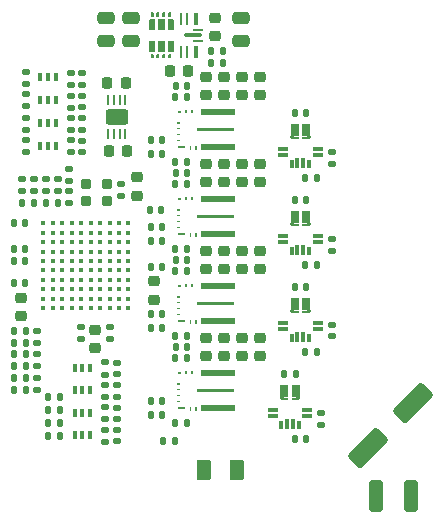
<source format=gbr>
%TF.GenerationSoftware,KiCad,Pcbnew,(7.0.0)*%
%TF.CreationDate,2023-11-18T15:32:53-05:00*%
%TF.ProjectId,ECE4760 Motor Driver,45434534-3736-4302-904d-6f746f722044,0*%
%TF.SameCoordinates,Original*%
%TF.FileFunction,Paste,Top*%
%TF.FilePolarity,Positive*%
%FSLAX46Y46*%
G04 Gerber Fmt 4.6, Leading zero omitted, Abs format (unit mm)*
G04 Created by KiCad (PCBNEW (7.0.0)) date 2023-11-18 15:32:53*
%MOMM*%
%LPD*%
G01*
G04 APERTURE LIST*
G04 Aperture macros list*
%AMRoundRect*
0 Rectangle with rounded corners*
0 $1 Rounding radius*
0 $2 $3 $4 $5 $6 $7 $8 $9 X,Y pos of 4 corners*
0 Add a 4 corners polygon primitive as box body*
4,1,4,$2,$3,$4,$5,$6,$7,$8,$9,$2,$3,0*
0 Add four circle primitives for the rounded corners*
1,1,$1+$1,$2,$3*
1,1,$1+$1,$4,$5*
1,1,$1+$1,$6,$7*
1,1,$1+$1,$8,$9*
0 Add four rect primitives between the rounded corners*
20,1,$1+$1,$2,$3,$4,$5,0*
20,1,$1+$1,$4,$5,$6,$7,0*
20,1,$1+$1,$6,$7,$8,$9,0*
20,1,$1+$1,$8,$9,$2,$3,0*%
%AMRotRect*
0 Rectangle, with rotation*
0 The origin of the aperture is its center*
0 $1 length*
0 $2 width*
0 $3 Rotation angle, in degrees counterclockwise*
0 Add horizontal line*
21,1,$1,$2,0,0,$3*%
G04 Aperture macros list end*
%ADD10RoundRect,0.135000X-0.135000X-0.185000X0.135000X-0.185000X0.135000X0.185000X-0.135000X0.185000X0*%
%ADD11RoundRect,0.140000X-0.140000X-0.170000X0.140000X-0.170000X0.140000X0.170000X-0.140000X0.170000X0*%
%ADD12RoundRect,0.135000X0.185000X-0.135000X0.185000X0.135000X-0.185000X0.135000X-0.185000X-0.135000X0*%
%ADD13R,0.800000X1.070000*%
%ADD14RotRect,0.282800X0.282800X315.000000*%
%ADD15R,0.600000X0.200000*%
%ADD16R,0.850000X0.300000*%
%ADD17R,0.300000X0.800000*%
%ADD18R,0.300000X0.850000*%
%ADD19RoundRect,0.140000X0.140000X0.170000X-0.140000X0.170000X-0.140000X-0.170000X0.140000X-0.170000X0*%
%ADD20RoundRect,0.250000X0.375000X0.625000X-0.375000X0.625000X-0.375000X-0.625000X0.375000X-0.625000X0*%
%ADD21RoundRect,0.140000X0.170000X-0.140000X0.170000X0.140000X-0.170000X0.140000X-0.170000X-0.140000X0*%
%ADD22RoundRect,0.135000X-0.185000X0.135000X-0.185000X-0.135000X0.185000X-0.135000X0.185000X0.135000X0*%
%ADD23RoundRect,0.225000X0.250000X-0.225000X0.250000X0.225000X-0.250000X0.225000X-0.250000X-0.225000X0*%
%ADD24R,0.400000X0.650000*%
%ADD25RoundRect,0.225000X-0.250000X0.225000X-0.250000X-0.225000X0.250000X-0.225000X0.250000X0.225000X0*%
%ADD26RoundRect,0.225000X-0.225000X-0.250000X0.225000X-0.250000X0.225000X0.250000X-0.225000X0.250000X0*%
%ADD27RoundRect,0.140000X-0.170000X0.140000X-0.170000X-0.140000X0.170000X-0.140000X0.170000X0.140000X0*%
%ADD28RoundRect,0.225000X0.225000X0.250000X-0.225000X0.250000X-0.225000X-0.250000X0.225000X-0.250000X0*%
%ADD29RoundRect,0.135000X0.135000X0.185000X-0.135000X0.185000X-0.135000X-0.185000X0.135000X-0.185000X0*%
%ADD30RoundRect,0.250000X0.325000X1.100000X-0.325000X1.100000X-0.325000X-1.100000X0.325000X-1.100000X0*%
%ADD31RoundRect,0.250000X-0.475000X0.250000X-0.475000X-0.250000X0.475000X-0.250000X0.475000X0.250000X0*%
%ADD32RoundRect,0.092500X-0.092500X0.457500X-0.092500X-0.457500X0.092500X-0.457500X0.092500X0.457500X0*%
%ADD33RoundRect,0.062500X-0.062500X0.487500X-0.062500X-0.487500X0.062500X-0.487500X0.062500X0.487500X0*%
%ADD34RoundRect,0.062500X-0.337500X0.062500X-0.337500X-0.062500X0.337500X-0.062500X0.337500X0.062500X0*%
%ADD35RoundRect,0.075000X-0.685000X0.075000X-0.685000X-0.075000X0.685000X-0.075000X0.685000X0.075000X0*%
%ADD36RoundRect,0.200000X-0.250000X0.200000X-0.250000X-0.200000X0.250000X-0.200000X0.250000X0.200000X0*%
%ADD37RoundRect,0.250000X-0.671751X-1.449569X1.449569X0.671751X0.671751X1.449569X-1.449569X-0.671751X0*%
%ADD38RoundRect,0.250000X0.710000X-0.415000X0.710000X0.415000X-0.710000X0.415000X-0.710000X-0.415000X0*%
%ADD39RoundRect,0.062500X0.062500X-0.362500X0.062500X0.362500X-0.062500X0.362500X-0.062500X-0.362500X0*%
%ADD40C,0.400000*%
G04 APERTURE END LIST*
%TO.C,Q1*%
G36*
X96622500Y-51432500D02*
G01*
X96897500Y-51432500D01*
X96897500Y-51557500D01*
X96622500Y-51557500D01*
X96622500Y-51432500D01*
G37*
G36*
X96622500Y-51932500D02*
G01*
X96897500Y-51932500D01*
X96897500Y-52057500D01*
X96622500Y-52057500D01*
X96622500Y-51932500D01*
G37*
G36*
X96622500Y-52432500D02*
G01*
X96897500Y-52432500D01*
X96897500Y-52557500D01*
X96622500Y-52557500D01*
X96622500Y-52432500D01*
G37*
G36*
X96622500Y-52932500D02*
G01*
X96897500Y-52932500D01*
X96897500Y-53057500D01*
X96622500Y-53057500D01*
X96622500Y-52932500D01*
G37*
G36*
X96654000Y-53487500D02*
G01*
X97300000Y-53487500D01*
X97300000Y-53612500D01*
X96654000Y-53612500D01*
X96654000Y-53487500D01*
G37*
G36*
X96673000Y-50506000D02*
G01*
X96936000Y-50506000D01*
X96936000Y-50694000D01*
X96673000Y-50694000D01*
X96673000Y-50506000D01*
G37*
G36*
X97322500Y-50657500D02*
G01*
X97447500Y-50657500D01*
X97447500Y-50382500D01*
X97322500Y-50382500D01*
X97322500Y-50657500D01*
G37*
G36*
X97672500Y-53757500D02*
G01*
X97797500Y-53757500D01*
X97797500Y-53482500D01*
X97672500Y-53482500D01*
X97672500Y-53757500D01*
G37*
G36*
X97822500Y-50657500D02*
G01*
X97947500Y-50657500D01*
X97947500Y-50382500D01*
X97822500Y-50382500D01*
X97822500Y-50657500D01*
G37*
G36*
X98172500Y-53757500D02*
G01*
X98297500Y-53757500D01*
X98297500Y-53482500D01*
X98172500Y-53482500D01*
X98172500Y-53757500D01*
G37*
G36*
X98312000Y-51962000D02*
G01*
X101452000Y-51962000D01*
X101452000Y-52178000D01*
X98312000Y-52178000D01*
X98312000Y-51962000D01*
G37*
G36*
X98680000Y-50360000D02*
G01*
X101510000Y-50360000D01*
X101510000Y-50840000D01*
X98680000Y-50840000D01*
X98680000Y-50360000D01*
G37*
G36*
X98680000Y-53300000D02*
G01*
X101510000Y-53300000D01*
X101510000Y-53780000D01*
X98680000Y-53780000D01*
X98680000Y-53300000D01*
G37*
%TO.C,Q4*%
G36*
X96622500Y-73530500D02*
G01*
X96897500Y-73530500D01*
X96897500Y-73655500D01*
X96622500Y-73655500D01*
X96622500Y-73530500D01*
G37*
G36*
X96622500Y-74030500D02*
G01*
X96897500Y-74030500D01*
X96897500Y-74155500D01*
X96622500Y-74155500D01*
X96622500Y-74030500D01*
G37*
G36*
X96622500Y-74530500D02*
G01*
X96897500Y-74530500D01*
X96897500Y-74655500D01*
X96622500Y-74655500D01*
X96622500Y-74530500D01*
G37*
G36*
X96622500Y-75030500D02*
G01*
X96897500Y-75030500D01*
X96897500Y-75155500D01*
X96622500Y-75155500D01*
X96622500Y-75030500D01*
G37*
G36*
X96654000Y-75585500D02*
G01*
X97300000Y-75585500D01*
X97300000Y-75710500D01*
X96654000Y-75710500D01*
X96654000Y-75585500D01*
G37*
G36*
X96673000Y-72604000D02*
G01*
X96936000Y-72604000D01*
X96936000Y-72792000D01*
X96673000Y-72792000D01*
X96673000Y-72604000D01*
G37*
G36*
X97322500Y-72755500D02*
G01*
X97447500Y-72755500D01*
X97447500Y-72480500D01*
X97322500Y-72480500D01*
X97322500Y-72755500D01*
G37*
G36*
X97672500Y-75855500D02*
G01*
X97797500Y-75855500D01*
X97797500Y-75580500D01*
X97672500Y-75580500D01*
X97672500Y-75855500D01*
G37*
G36*
X97822500Y-72755500D02*
G01*
X97947500Y-72755500D01*
X97947500Y-72480500D01*
X97822500Y-72480500D01*
X97822500Y-72755500D01*
G37*
G36*
X98172500Y-75855500D02*
G01*
X98297500Y-75855500D01*
X98297500Y-75580500D01*
X98172500Y-75580500D01*
X98172500Y-75855500D01*
G37*
G36*
X98312000Y-74060000D02*
G01*
X101452000Y-74060000D01*
X101452000Y-74276000D01*
X98312000Y-74276000D01*
X98312000Y-74060000D01*
G37*
G36*
X98680000Y-72458000D02*
G01*
X101510000Y-72458000D01*
X101510000Y-72938000D01*
X98680000Y-72938000D01*
X98680000Y-72458000D01*
G37*
G36*
X98680000Y-75398000D02*
G01*
X101510000Y-75398000D01*
X101510000Y-75878000D01*
X98680000Y-75878000D01*
X98680000Y-75398000D01*
G37*
%TO.C,U7*%
G36*
X96124999Y-42200499D02*
G01*
X96124999Y-42475500D01*
X96074999Y-42525500D01*
X95924999Y-42525500D01*
X95875000Y-42475500D01*
X95875000Y-42200499D01*
X95924999Y-42150499D01*
X96074999Y-42150499D01*
X96124999Y-42200499D01*
G37*
G36*
X95625000Y-42200499D02*
G01*
X95625000Y-42475500D01*
X95575000Y-42525500D01*
X95425000Y-42525500D01*
X95375001Y-42475500D01*
X95375001Y-42200499D01*
X95425000Y-42150499D01*
X95575000Y-42150499D01*
X95625000Y-42200499D01*
G37*
G36*
X95125001Y-42200499D02*
G01*
X95125001Y-42475500D01*
X95075001Y-42525500D01*
X94924999Y-42525500D01*
X94874999Y-42475500D01*
X94874999Y-42200499D01*
X94924999Y-42150499D01*
X95075001Y-42150499D01*
X95125001Y-42200499D01*
G37*
G36*
X94625000Y-42200499D02*
G01*
X94625000Y-42475500D01*
X94575000Y-42525500D01*
X94425000Y-42525500D01*
X94375000Y-42475500D01*
X94375000Y-42200499D01*
X94425000Y-42150499D01*
X94575000Y-42150499D01*
X94625000Y-42200499D01*
G37*
G36*
X96322499Y-42770000D02*
G01*
X96322499Y-43600001D01*
X96272499Y-43650001D01*
X95857499Y-43650001D01*
X95807499Y-43600001D01*
X95807499Y-42770000D01*
X95857499Y-42720000D01*
X96272499Y-42720000D01*
X96322499Y-42770000D01*
G37*
G36*
X95609999Y-42770000D02*
G01*
X95609999Y-43600001D01*
X95559999Y-43650001D01*
X95040000Y-43650001D01*
X94990000Y-43600001D01*
X94990000Y-42770000D01*
X95040000Y-42720000D01*
X95559999Y-42720000D01*
X95609999Y-42770000D01*
G37*
G36*
X94787501Y-42770000D02*
G01*
X94787501Y-43600001D01*
X94737501Y-43650001D01*
X94322501Y-43650001D01*
X94272501Y-43600001D01*
X94272501Y-42770000D01*
X94322501Y-42720000D01*
X94737501Y-42720000D01*
X94787501Y-42770000D01*
G37*
G36*
X95609999Y-44599999D02*
G01*
X95609999Y-45430000D01*
X95559999Y-45480000D01*
X95040000Y-45480000D01*
X94990000Y-45430000D01*
X94990000Y-44599999D01*
X95040000Y-44549999D01*
X95559999Y-44549999D01*
X95609999Y-44599999D01*
G37*
G36*
X96322499Y-44599999D02*
G01*
X96322499Y-45430000D01*
X96272499Y-45480000D01*
X95857499Y-45480000D01*
X95807499Y-45430000D01*
X95807499Y-44599999D01*
X95857499Y-44549999D01*
X96272499Y-44549999D01*
X96322499Y-44599999D01*
G37*
G36*
X94787501Y-44599999D02*
G01*
X94787501Y-45430000D01*
X94737501Y-45480000D01*
X94322501Y-45480000D01*
X94272501Y-45430000D01*
X94272501Y-44599999D01*
X94322501Y-44549999D01*
X94737501Y-44549999D01*
X94787501Y-44599999D01*
G37*
G36*
X96124999Y-45724500D02*
G01*
X96124999Y-45999501D01*
X96074999Y-46049501D01*
X95924999Y-46049501D01*
X95875000Y-45999501D01*
X95875000Y-45724500D01*
X95924999Y-45674500D01*
X96074999Y-45674500D01*
X96124999Y-45724500D01*
G37*
G36*
X95625000Y-45724500D02*
G01*
X95625000Y-45999501D01*
X95575000Y-46049501D01*
X95425000Y-46049501D01*
X95375001Y-45999501D01*
X95375001Y-45724500D01*
X95425000Y-45674500D01*
X95575000Y-45674500D01*
X95625000Y-45724500D01*
G37*
G36*
X95125001Y-45724500D02*
G01*
X95125001Y-45999501D01*
X95075001Y-46049501D01*
X94924999Y-46049501D01*
X94874999Y-45999501D01*
X94874999Y-45724500D01*
X94924999Y-45674500D01*
X95075001Y-45674500D01*
X95125001Y-45724500D01*
G37*
G36*
X94625000Y-45724500D02*
G01*
X94625000Y-45999501D01*
X94575000Y-46049501D01*
X94425000Y-46049501D01*
X94375000Y-45999501D01*
X94375000Y-45724500D01*
X94425000Y-45674500D01*
X94575000Y-45674500D01*
X94625000Y-45724500D01*
G37*
%TO.C,Q2*%
G36*
X96622500Y-58798500D02*
G01*
X96897500Y-58798500D01*
X96897500Y-58923500D01*
X96622500Y-58923500D01*
X96622500Y-58798500D01*
G37*
G36*
X96622500Y-59298500D02*
G01*
X96897500Y-59298500D01*
X96897500Y-59423500D01*
X96622500Y-59423500D01*
X96622500Y-59298500D01*
G37*
G36*
X96622500Y-59798500D02*
G01*
X96897500Y-59798500D01*
X96897500Y-59923500D01*
X96622500Y-59923500D01*
X96622500Y-59798500D01*
G37*
G36*
X96622500Y-60298500D02*
G01*
X96897500Y-60298500D01*
X96897500Y-60423500D01*
X96622500Y-60423500D01*
X96622500Y-60298500D01*
G37*
G36*
X96654000Y-60853500D02*
G01*
X97300000Y-60853500D01*
X97300000Y-60978500D01*
X96654000Y-60978500D01*
X96654000Y-60853500D01*
G37*
G36*
X96673000Y-57872000D02*
G01*
X96936000Y-57872000D01*
X96936000Y-58060000D01*
X96673000Y-58060000D01*
X96673000Y-57872000D01*
G37*
G36*
X97322500Y-58023500D02*
G01*
X97447500Y-58023500D01*
X97447500Y-57748500D01*
X97322500Y-57748500D01*
X97322500Y-58023500D01*
G37*
G36*
X97672500Y-61123500D02*
G01*
X97797500Y-61123500D01*
X97797500Y-60848500D01*
X97672500Y-60848500D01*
X97672500Y-61123500D01*
G37*
G36*
X97822500Y-58023500D02*
G01*
X97947500Y-58023500D01*
X97947500Y-57748500D01*
X97822500Y-57748500D01*
X97822500Y-58023500D01*
G37*
G36*
X98172500Y-61123500D02*
G01*
X98297500Y-61123500D01*
X98297500Y-60848500D01*
X98172500Y-60848500D01*
X98172500Y-61123500D01*
G37*
G36*
X98312000Y-59328000D02*
G01*
X101452000Y-59328000D01*
X101452000Y-59544000D01*
X98312000Y-59544000D01*
X98312000Y-59328000D01*
G37*
G36*
X98680000Y-57726000D02*
G01*
X101510000Y-57726000D01*
X101510000Y-58206000D01*
X98680000Y-58206000D01*
X98680000Y-57726000D01*
G37*
G36*
X98680000Y-60666000D02*
G01*
X101510000Y-60666000D01*
X101510000Y-61146000D01*
X98680000Y-61146000D01*
X98680000Y-60666000D01*
G37*
%TO.C,Q3*%
G36*
X96622500Y-66164500D02*
G01*
X96897500Y-66164500D01*
X96897500Y-66289500D01*
X96622500Y-66289500D01*
X96622500Y-66164500D01*
G37*
G36*
X96622500Y-66664500D02*
G01*
X96897500Y-66664500D01*
X96897500Y-66789500D01*
X96622500Y-66789500D01*
X96622500Y-66664500D01*
G37*
G36*
X96622500Y-67164500D02*
G01*
X96897500Y-67164500D01*
X96897500Y-67289500D01*
X96622500Y-67289500D01*
X96622500Y-67164500D01*
G37*
G36*
X96622500Y-67664500D02*
G01*
X96897500Y-67664500D01*
X96897500Y-67789500D01*
X96622500Y-67789500D01*
X96622500Y-67664500D01*
G37*
G36*
X96654000Y-68219500D02*
G01*
X97300000Y-68219500D01*
X97300000Y-68344500D01*
X96654000Y-68344500D01*
X96654000Y-68219500D01*
G37*
G36*
X96673000Y-65238000D02*
G01*
X96936000Y-65238000D01*
X96936000Y-65426000D01*
X96673000Y-65426000D01*
X96673000Y-65238000D01*
G37*
G36*
X97322500Y-65389500D02*
G01*
X97447500Y-65389500D01*
X97447500Y-65114500D01*
X97322500Y-65114500D01*
X97322500Y-65389500D01*
G37*
G36*
X97672500Y-68489500D02*
G01*
X97797500Y-68489500D01*
X97797500Y-68214500D01*
X97672500Y-68214500D01*
X97672500Y-68489500D01*
G37*
G36*
X97822500Y-65389500D02*
G01*
X97947500Y-65389500D01*
X97947500Y-65114500D01*
X97822500Y-65114500D01*
X97822500Y-65389500D01*
G37*
G36*
X98172500Y-68489500D02*
G01*
X98297500Y-68489500D01*
X98297500Y-68214500D01*
X98172500Y-68214500D01*
X98172500Y-68489500D01*
G37*
G36*
X98312000Y-66694000D02*
G01*
X101452000Y-66694000D01*
X101452000Y-66910000D01*
X98312000Y-66910000D01*
X98312000Y-66694000D01*
G37*
G36*
X98680000Y-65092000D02*
G01*
X101510000Y-65092000D01*
X101510000Y-65572000D01*
X98680000Y-65572000D01*
X98680000Y-65092000D01*
G37*
G36*
X98680000Y-68032000D02*
G01*
X101510000Y-68032000D01*
X101510000Y-68512000D01*
X98680000Y-68512000D01*
X98680000Y-68032000D01*
G37*
%TD*%
D10*
%TO.C,R36*%
X82790000Y-71100001D03*
X83810000Y-71100001D03*
%TD*%
D11*
%TO.C,C34*%
X107470000Y-63500000D03*
X108430000Y-63500000D03*
%TD*%
D12*
%TO.C,R26*%
X87600000Y-52110000D03*
X87600000Y-51090000D03*
%TD*%
D13*
%TO.C,U2*%
X107560999Y-52146999D03*
D14*
X107760999Y-52681999D03*
D15*
X107460999Y-52781999D03*
D13*
X106560999Y-52146999D03*
D14*
X106360999Y-52681999D03*
D15*
X106660999Y-52781999D03*
D16*
X105610999Y-53696999D03*
X105610999Y-54196999D03*
D17*
X106310999Y-54946999D03*
D18*
X106810999Y-54896999D03*
X107310999Y-54896999D03*
D17*
X107810999Y-54946999D03*
D16*
X108510999Y-54196999D03*
X108510999Y-53696999D03*
%TD*%
D10*
%TO.C,R39*%
X82790000Y-73100000D03*
X83810000Y-73100000D03*
%TD*%
D19*
%TO.C,C44*%
X97444500Y-63119000D03*
X96484500Y-63119000D03*
%TD*%
D12*
%TO.C,R25*%
X83800000Y-54010000D03*
X83800000Y-52990000D03*
%TD*%
D10*
%TO.C,R6*%
X96454500Y-62166500D03*
X97474500Y-62166500D03*
%TD*%
%TO.C,R13*%
X85690000Y-76900000D03*
X86710000Y-76900000D03*
%TD*%
D11*
%TO.C,C43*%
X94389000Y-67691000D03*
X95349000Y-67691000D03*
%TD*%
D20*
%TO.C,D5*%
X101730000Y-80899000D03*
X98930000Y-80899000D03*
%TD*%
D21*
%TO.C,C20*%
X109728000Y-54963000D03*
X109728000Y-54003000D03*
%TD*%
D22*
%TO.C,R27*%
X83800000Y-51090000D03*
X83800000Y-52110000D03*
%TD*%
%TO.C,R42*%
X85500000Y-56290000D03*
X85500000Y-57310000D03*
%TD*%
D10*
%TO.C,R37*%
X82790000Y-74100000D03*
X83810000Y-74100000D03*
%TD*%
D23*
%TO.C,C72*%
X93200000Y-57675000D03*
X93200000Y-56125000D03*
%TD*%
D24*
%TO.C,D2*%
X87949999Y-74149999D03*
X88599999Y-74149999D03*
X89249999Y-74149999D03*
X89249999Y-72249999D03*
X88599999Y-72249999D03*
X87949999Y-72249999D03*
%TD*%
D23*
%TO.C,C38*%
X103632000Y-63894000D03*
X103632000Y-62344000D03*
%TD*%
D19*
%TO.C,C78*%
X83780000Y-62200000D03*
X82820000Y-62200000D03*
%TD*%
%TO.C,C55*%
X95349000Y-76200000D03*
X94389000Y-76200000D03*
%TD*%
D11*
%TO.C,C80*%
X94420000Y-63700000D03*
X95380000Y-63700000D03*
%TD*%
D19*
%TO.C,C69*%
X83780000Y-63200000D03*
X82820000Y-63200000D03*
%TD*%
D11*
%TO.C,C56*%
X94389000Y-75057000D03*
X95349000Y-75057000D03*
%TD*%
D25*
%TO.C,C70*%
X89700000Y-69025000D03*
X89700000Y-70575000D03*
%TD*%
%TO.C,C71*%
X83400000Y-66325000D03*
X83400000Y-67875000D03*
%TD*%
D12*
%TO.C,R16*%
X90500000Y-72810000D03*
X90500000Y-71790000D03*
%TD*%
D23*
%TO.C,C22*%
X99060000Y-56528000D03*
X99060000Y-54978000D03*
%TD*%
%TO.C,C10*%
X99060000Y-49162000D03*
X99060000Y-47612000D03*
%TD*%
D10*
%TO.C,R15*%
X85690000Y-78000000D03*
X86710000Y-78000000D03*
%TD*%
D23*
%TO.C,C48*%
X99060000Y-71260000D03*
X99060000Y-69710000D03*
%TD*%
D26*
%TO.C,C6*%
X90725000Y-48100000D03*
X92275000Y-48100000D03*
%TD*%
D12*
%TO.C,R29*%
X87500000Y-56410000D03*
X87500000Y-55390000D03*
%TD*%
D10*
%TO.C,R10*%
X96454500Y-76898500D03*
X97474500Y-76898500D03*
%TD*%
D27*
%TO.C,C85*%
X91900000Y-56720000D03*
X91900000Y-57680000D03*
%TD*%
D23*
%TO.C,C9*%
X100584000Y-49162000D03*
X100584000Y-47612000D03*
%TD*%
D22*
%TO.C,R45*%
X84500000Y-56290000D03*
X84500000Y-57310000D03*
%TD*%
D10*
%TO.C,R41*%
X85490000Y-58300000D03*
X86510000Y-58300000D03*
%TD*%
D25*
%TO.C,C2*%
X99800000Y-42625000D03*
X99800000Y-44175000D03*
%TD*%
D23*
%TO.C,C24*%
X102108000Y-56528000D03*
X102108000Y-54978000D03*
%TD*%
D11*
%TO.C,C17*%
X94417000Y-52959000D03*
X95377000Y-52959000D03*
%TD*%
D10*
%TO.C,R4*%
X96454500Y-54800500D03*
X97474500Y-54800500D03*
%TD*%
D27*
%TO.C,C76*%
X88500000Y-68820000D03*
X88500000Y-69780000D03*
%TD*%
D11*
%TO.C,C58*%
X105692000Y-72771000D03*
X106652000Y-72771000D03*
%TD*%
D28*
%TO.C,C7*%
X97575000Y-47100000D03*
X96025000Y-47100000D03*
%TD*%
D11*
%TO.C,C32*%
X106581000Y-58039000D03*
X107541000Y-58039000D03*
%TD*%
D29*
%TO.C,R11*%
X97474500Y-71437500D03*
X96454500Y-71437500D03*
%TD*%
D23*
%TO.C,C37*%
X102108000Y-63894000D03*
X102108000Y-62344000D03*
%TD*%
D21*
%TO.C,C59*%
X108839000Y-77061000D03*
X108839000Y-76101000D03*
%TD*%
D27*
%TO.C,C74*%
X90900000Y-68820000D03*
X90900000Y-69780000D03*
%TD*%
D21*
%TO.C,C67*%
X88600000Y-53980000D03*
X88600000Y-53020000D03*
%TD*%
D10*
%TO.C,R31*%
X82790000Y-70100001D03*
X83810000Y-70100001D03*
%TD*%
D22*
%TO.C,R40*%
X86500000Y-56290000D03*
X86500000Y-57310000D03*
%TD*%
D21*
%TO.C,C46*%
X109728000Y-69568000D03*
X109728000Y-68608000D03*
%TD*%
D23*
%TO.C,C11*%
X102108000Y-49162000D03*
X102108000Y-47612000D03*
%TD*%
D30*
%TO.C,RV1*%
X116410000Y-83058000D03*
X113460000Y-83058000D03*
%TD*%
D19*
%TO.C,C16*%
X95377000Y-54102000D03*
X94417000Y-54102000D03*
%TD*%
D10*
%TO.C,R19*%
X85690000Y-75800000D03*
X86710000Y-75800000D03*
%TD*%
D19*
%TO.C,C77*%
X83780000Y-60000000D03*
X82820000Y-60000000D03*
%TD*%
D23*
%TO.C,C51*%
X103632000Y-71260000D03*
X103632000Y-69710000D03*
%TD*%
D24*
%TO.C,D4*%
X86349999Y-51549999D03*
X85699999Y-51549999D03*
X85049999Y-51549999D03*
X85049999Y-53449999D03*
X85699999Y-53449999D03*
X86349999Y-53449999D03*
%TD*%
D27*
%TO.C,C66*%
X88600000Y-47320000D03*
X88600000Y-48280000D03*
%TD*%
D13*
%TO.C,U4*%
X107560999Y-66878999D03*
D14*
X107760999Y-67413999D03*
D15*
X107460999Y-67513999D03*
D13*
X106560999Y-66878999D03*
D14*
X106360999Y-67413999D03*
D15*
X106660999Y-67513999D03*
D16*
X105610999Y-68428999D03*
X105610999Y-68928999D03*
D17*
X106310999Y-69678999D03*
D18*
X106810999Y-69628999D03*
X107310999Y-69628999D03*
D17*
X107810999Y-69678999D03*
D16*
X108510999Y-68928999D03*
X108510999Y-68428999D03*
%TD*%
D22*
%TO.C,R43*%
X83500000Y-56290000D03*
X83500000Y-57310000D03*
%TD*%
D23*
%TO.C,C23*%
X100584000Y-56528000D03*
X100584000Y-54978000D03*
%TD*%
D22*
%TO.C,R14*%
X90500000Y-77490000D03*
X90500000Y-78510000D03*
%TD*%
%TO.C,R18*%
X90500000Y-73690000D03*
X90500000Y-74710000D03*
%TD*%
D10*
%TO.C,R33*%
X82790000Y-69100000D03*
X83810000Y-69100000D03*
%TD*%
D22*
%TO.C,R24*%
X87600000Y-52990000D03*
X87600000Y-54010000D03*
%TD*%
D24*
%TO.C,D1*%
X87949999Y-77949999D03*
X88599999Y-77949999D03*
X89249999Y-77949999D03*
X89249999Y-76049999D03*
X88599999Y-76049999D03*
X87949999Y-76049999D03*
%TD*%
D22*
%TO.C,R38*%
X84800000Y-73090001D03*
X84800000Y-74110001D03*
%TD*%
D23*
%TO.C,C50*%
X102108000Y-71260000D03*
X102108000Y-69710000D03*
%TD*%
D13*
%TO.C,U5*%
X106671999Y-74244999D03*
D14*
X106871999Y-74779999D03*
D15*
X106571999Y-74879999D03*
D13*
X105671999Y-74244999D03*
D14*
X105471999Y-74779999D03*
D15*
X105771999Y-74879999D03*
D16*
X104721999Y-75794999D03*
X104721999Y-76294999D03*
D17*
X105421999Y-77044999D03*
D18*
X105921999Y-76994999D03*
X106421999Y-76994999D03*
D17*
X106921999Y-77044999D03*
D16*
X107621999Y-76294999D03*
X107621999Y-75794999D03*
%TD*%
D25*
%TO.C,C73*%
X94700000Y-64925000D03*
X94700000Y-66475000D03*
%TD*%
D29*
%TO.C,R5*%
X97474500Y-49339500D03*
X96454500Y-49339500D03*
%TD*%
D11*
%TO.C,C47*%
X107470000Y-70866000D03*
X108430000Y-70866000D03*
%TD*%
D26*
%TO.C,C8*%
X90825000Y-53899999D03*
X92375000Y-53899999D03*
%TD*%
D23*
%TO.C,C12*%
X103632000Y-49162000D03*
X103632000Y-47612000D03*
%TD*%
D21*
%TO.C,C33*%
X109728000Y-62329000D03*
X109728000Y-61369000D03*
%TD*%
D11*
%TO.C,C75*%
X94320000Y-58900000D03*
X95280000Y-58900000D03*
%TD*%
D10*
%TO.C,R34*%
X82790000Y-72100001D03*
X83810000Y-72100001D03*
%TD*%
D19*
%TO.C,C79*%
X83780000Y-65100000D03*
X82820000Y-65100000D03*
%TD*%
D12*
%TO.C,R21*%
X83800000Y-50110000D03*
X83800000Y-49090000D03*
%TD*%
D19*
%TO.C,C31*%
X97444500Y-55753000D03*
X96484500Y-55753000D03*
%TD*%
D21*
%TO.C,C62*%
X91500000Y-78480000D03*
X91500000Y-77520000D03*
%TD*%
D13*
%TO.C,U3*%
X107560999Y-59512999D03*
D14*
X107760999Y-60047999D03*
D15*
X107460999Y-60147999D03*
D13*
X106560999Y-59512999D03*
D14*
X106360999Y-60047999D03*
D15*
X106660999Y-60147999D03*
D16*
X105610999Y-61062999D03*
X105610999Y-61562999D03*
D17*
X106310999Y-62312999D03*
D18*
X106810999Y-62262999D03*
X107310999Y-62262999D03*
D17*
X107810999Y-62312999D03*
D16*
X108510999Y-61562999D03*
X108510999Y-61062999D03*
%TD*%
D27*
%TO.C,C63*%
X91500000Y-71820000D03*
X91500000Y-72780000D03*
%TD*%
D11*
%TO.C,C19*%
X106581000Y-50673000D03*
X107541000Y-50673000D03*
%TD*%
D31*
%TO.C,C4*%
X90600000Y-42650000D03*
X90600000Y-44550000D03*
%TD*%
D29*
%TO.C,R7*%
X97474500Y-56705500D03*
X96454500Y-56705500D03*
%TD*%
D12*
%TO.C,R22*%
X87600000Y-48310000D03*
X87600000Y-47290000D03*
%TD*%
D32*
%TO.C,U7*%
X98260000Y-42700000D03*
D33*
X97450000Y-42700000D03*
X96950000Y-42700000D03*
X96950000Y-45500000D03*
X97450000Y-45500000D03*
D32*
X98260000Y-45500000D03*
D34*
X98360000Y-44600000D03*
D35*
X97990000Y-44100000D03*
D34*
X98360000Y-43600000D03*
%TD*%
D19*
%TO.C,C57*%
X97444500Y-70485000D03*
X96484500Y-70485000D03*
%TD*%
D12*
%TO.C,R12*%
X90500000Y-76610000D03*
X90500000Y-75590000D03*
%TD*%
D29*
%TO.C,R1*%
X100510000Y-46400000D03*
X99490000Y-46400000D03*
%TD*%
D11*
%TO.C,C30*%
X94389000Y-60325000D03*
X95349000Y-60325000D03*
%TD*%
D10*
%TO.C,R3*%
X99490000Y-45400000D03*
X100510000Y-45400000D03*
%TD*%
D19*
%TO.C,C18*%
X97444500Y-48387000D03*
X96484500Y-48387000D03*
%TD*%
D24*
%TO.C,D3*%
X86349999Y-47649999D03*
X85699999Y-47649999D03*
X85049999Y-47649999D03*
X85049999Y-49549999D03*
X85699999Y-49549999D03*
X86349999Y-49549999D03*
%TD*%
D36*
%TO.C,X1*%
X90725000Y-56675000D03*
X88875000Y-56675000D03*
X88875000Y-58125000D03*
X90725000Y-58125000D03*
%TD*%
D37*
%TO.C,C1*%
X112771812Y-78998188D03*
X116590188Y-75179812D03*
%TD*%
D38*
%TO.C,U6*%
X91500000Y-51000000D03*
D39*
X90750000Y-52450000D03*
X91250000Y-52450000D03*
X91750000Y-52450000D03*
X92250000Y-52450000D03*
X92250000Y-49550000D03*
X91750000Y-49550000D03*
X91250000Y-49550000D03*
X90750000Y-49550000D03*
%TD*%
D27*
%TO.C,C61*%
X91500000Y-75620000D03*
X91500000Y-76580000D03*
%TD*%
D22*
%TO.C,R20*%
X87600000Y-49190000D03*
X87600000Y-50210000D03*
%TD*%
D29*
%TO.C,R44*%
X84510000Y-58300000D03*
X83490000Y-58300000D03*
%TD*%
D31*
%TO.C,C3*%
X102000000Y-42650000D03*
X102000000Y-44550000D03*
%TD*%
D29*
%TO.C,R9*%
X97474500Y-64071500D03*
X96454500Y-64071500D03*
%TD*%
D22*
%TO.C,R35*%
X84800000Y-71090000D03*
X84800000Y-72110000D03*
%TD*%
D11*
%TO.C,C21*%
X107470000Y-56134000D03*
X108430000Y-56134000D03*
%TD*%
D12*
%TO.C,R28*%
X87500000Y-58310000D03*
X87500000Y-57290000D03*
%TD*%
D19*
%TO.C,C29*%
X95349000Y-61468000D03*
X94389000Y-61468000D03*
%TD*%
D23*
%TO.C,C49*%
X100584000Y-71260000D03*
X100584000Y-69710000D03*
%TD*%
D11*
%TO.C,C60*%
X106581000Y-78232000D03*
X107541000Y-78232000D03*
%TD*%
D22*
%TO.C,R32*%
X84800000Y-69090000D03*
X84800000Y-70110000D03*
%TD*%
D10*
%TO.C,R8*%
X96454500Y-69532500D03*
X97474500Y-69532500D03*
%TD*%
D27*
%TO.C,C68*%
X88600000Y-51120000D03*
X88600000Y-52080000D03*
%TD*%
D19*
%TO.C,C42*%
X95349000Y-68834000D03*
X94389000Y-68834000D03*
%TD*%
D31*
%TO.C,C5*%
X92700000Y-42650000D03*
X92700000Y-44550000D03*
%TD*%
D23*
%TO.C,C35*%
X99060000Y-63894000D03*
X99060000Y-62344000D03*
%TD*%
D11*
%TO.C,C45*%
X106581000Y-65405000D03*
X107541000Y-65405000D03*
%TD*%
D40*
%TO.C,U1*%
X92500000Y-60000000D03*
X92500000Y-60800000D03*
X92500000Y-61600000D03*
X92500000Y-62400000D03*
X92500000Y-63200000D03*
X92500000Y-64000000D03*
X92500000Y-64800000D03*
X92500000Y-65600000D03*
X92500000Y-66400000D03*
X92500000Y-67200000D03*
X91700000Y-60000000D03*
X91700000Y-60800000D03*
X91700000Y-61600000D03*
X91700000Y-62400000D03*
X91700000Y-63200000D03*
X91700000Y-64000000D03*
X91700000Y-64800000D03*
X91700000Y-65600000D03*
X91700000Y-66400000D03*
X91700000Y-67200000D03*
X90900000Y-60000000D03*
X90900000Y-60800000D03*
X90900000Y-61600000D03*
X90900000Y-62400000D03*
X90900000Y-63200000D03*
X90900000Y-64000000D03*
X90900000Y-64800000D03*
X90900000Y-65600000D03*
X90900000Y-66400000D03*
X90900000Y-67200000D03*
X90100000Y-60000000D03*
X90100000Y-60800000D03*
X90100000Y-61600000D03*
X90100000Y-62400000D03*
X90100000Y-63200000D03*
X90100000Y-64000000D03*
X90100000Y-64800000D03*
X90100000Y-65600000D03*
X90100000Y-66400000D03*
X90100000Y-67200000D03*
X89300000Y-60000000D03*
X89300000Y-60800000D03*
X89300000Y-61600000D03*
X89300000Y-62400000D03*
X89300000Y-63200000D03*
X89300000Y-64000000D03*
X89300000Y-64800000D03*
X89300000Y-65600000D03*
X89300000Y-66400000D03*
X89300000Y-67200000D03*
X88500000Y-60000000D03*
X88500000Y-60800000D03*
X88500000Y-61600000D03*
X88500000Y-62400000D03*
X88500000Y-63200000D03*
X88500000Y-64000000D03*
X88500000Y-64800000D03*
X88500000Y-65600000D03*
X88500000Y-66400000D03*
X88500000Y-67200000D03*
X87700000Y-60000000D03*
X87700000Y-60800000D03*
X87700000Y-61600000D03*
X87700000Y-62400000D03*
X87700000Y-63200000D03*
X87700000Y-64000000D03*
X87700000Y-64800000D03*
X87700000Y-65600000D03*
X87700000Y-66400000D03*
X87700000Y-67200000D03*
X86900000Y-60000000D03*
X86900000Y-60800000D03*
X86900000Y-61600000D03*
X86900000Y-62400000D03*
X86900000Y-63200000D03*
X86900000Y-64000000D03*
X86900000Y-64800000D03*
X86900000Y-65600000D03*
X86900000Y-66400000D03*
X86900000Y-67200000D03*
X86100000Y-60000000D03*
X86100000Y-60800000D03*
X86100000Y-61600000D03*
X86100000Y-62400000D03*
X86100000Y-63200000D03*
X86100000Y-64000000D03*
X86100000Y-64800000D03*
X86100000Y-65600000D03*
X86100000Y-66400000D03*
X86100000Y-67200000D03*
X85300000Y-60000000D03*
X85300000Y-60800000D03*
X85300000Y-61600000D03*
X85300000Y-62400000D03*
X85300000Y-63200000D03*
X85300000Y-64000000D03*
X85300000Y-64800000D03*
X85300000Y-65600000D03*
X85300000Y-66400000D03*
X85300000Y-67200000D03*
%TD*%
D23*
%TO.C,C25*%
X103632000Y-56528000D03*
X103632000Y-54978000D03*
%TD*%
D10*
%TO.C,R17*%
X85690000Y-74700000D03*
X86710000Y-74700000D03*
%TD*%
D21*
%TO.C,C64*%
X91500000Y-74680000D03*
X91500000Y-73720000D03*
%TD*%
D29*
%TO.C,R30*%
X96410000Y-78400000D03*
X95390000Y-78400000D03*
%TD*%
D21*
%TO.C,C65*%
X88600000Y-50180000D03*
X88600000Y-49220000D03*
%TD*%
D23*
%TO.C,C36*%
X100584000Y-63894000D03*
X100584000Y-62344000D03*
%TD*%
D22*
%TO.C,R23*%
X83800000Y-47190000D03*
X83800000Y-48210000D03*
%TD*%
M02*

</source>
